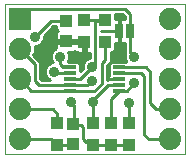
<source format=gtl>
G75*
%MOIN*%
%OFA0B0*%
%FSLAX24Y24*%
%IPPOS*%
%LPD*%
%AMOC8*
5,1,8,0,0,1.08239X$1,22.5*
%
%ADD10C,0.0010*%
%ADD11R,0.0250X0.0500*%
%ADD12R,0.0394X0.0433*%
%ADD13R,0.0394X0.0118*%
%ADD14C,0.0740*%
%ADD15R,0.0740X0.0740*%
%ADD16C,0.0100*%
%ADD17C,0.0350*%
D10*
X000150Y000300D02*
X000150Y005300D01*
X006150Y005300D01*
X006150Y000300D01*
X000150Y000300D01*
D11*
X003973Y004400D03*
X004327Y004400D03*
D12*
X003500Y004046D03*
X002800Y004046D03*
X002200Y004065D03*
X002200Y004735D03*
X002800Y004754D03*
X003500Y004754D03*
X003700Y001324D03*
X003100Y001324D03*
X002440Y001305D03*
X001900Y001324D03*
X001900Y000616D03*
X002440Y000635D03*
X003100Y000616D03*
X003700Y000616D03*
X004300Y000616D03*
X004300Y001324D03*
D13*
X003957Y002406D03*
X003957Y002603D03*
X003957Y002800D03*
X003957Y002997D03*
X003957Y003194D03*
X002343Y003194D03*
X002343Y002997D03*
X002343Y002800D03*
X002343Y002603D03*
X002343Y002406D03*
D14*
X000650Y002800D03*
X000650Y001800D03*
X000650Y000800D03*
X000650Y003800D03*
X005650Y003800D03*
X005650Y002800D03*
X005650Y001800D03*
X005650Y000800D03*
X005650Y004800D03*
D15*
X000650Y004800D03*
D16*
X000990Y005140D01*
X004150Y005140D01*
X004327Y004963D01*
X004327Y004400D01*
X004327Y003673D01*
X004450Y003550D01*
X004160Y003452D02*
X003680Y003452D01*
X003680Y003551D02*
X004145Y003551D01*
X004145Y003611D02*
X004145Y003489D01*
X004189Y003383D01*
X003706Y003383D01*
X003630Y003307D01*
X003630Y002934D01*
X003620Y002917D01*
X003610Y002879D01*
X003610Y002800D01*
X003610Y002780D01*
X003560Y002780D01*
X003560Y003245D01*
X003680Y003365D01*
X003680Y003699D01*
X003751Y003699D01*
X003827Y003775D01*
X003827Y004000D01*
X003828Y004000D01*
X003960Y004000D01*
X003960Y004387D01*
X003985Y004387D01*
X003985Y004000D01*
X004118Y004000D01*
X004147Y004008D01*
X004147Y003616D01*
X004145Y003611D01*
X004147Y003649D02*
X003680Y003649D01*
X003799Y003748D02*
X004147Y003748D01*
X004147Y003846D02*
X003827Y003846D01*
X003827Y003945D02*
X004147Y003945D01*
X003985Y004043D02*
X003960Y004043D01*
X003960Y004142D02*
X003985Y004142D01*
X003985Y004240D02*
X003960Y004240D01*
X003960Y004339D02*
X003985Y004339D01*
X003960Y004387D02*
X003755Y004387D01*
X003751Y004392D01*
X003350Y004392D01*
X003350Y004408D01*
X003751Y004408D01*
X003755Y004413D01*
X003960Y004413D01*
X003960Y004800D01*
X003828Y004800D01*
X003827Y004800D01*
X003827Y004960D01*
X004075Y004960D01*
X004147Y004888D01*
X004147Y004792D01*
X004118Y004800D01*
X003985Y004800D01*
X003985Y004413D01*
X003960Y004413D01*
X003960Y004387D01*
X003960Y004437D02*
X003985Y004437D01*
X003985Y004536D02*
X003960Y004536D01*
X003960Y004634D02*
X003985Y004634D01*
X003985Y004733D02*
X003960Y004733D01*
X003827Y004831D02*
X004147Y004831D01*
X004106Y004930D02*
X003827Y004930D01*
X003500Y004754D02*
X002800Y004754D01*
X003170Y004700D02*
X003170Y003320D01*
X003050Y003200D01*
X002650Y002800D01*
X002343Y002800D01*
X002640Y002800D01*
X002900Y002600D02*
X002346Y002600D01*
X002343Y002603D01*
X001297Y002603D01*
X001150Y002750D01*
X001150Y003300D01*
X000650Y003800D01*
X001107Y003597D02*
X001225Y003480D01*
X001330Y003375D01*
X001330Y002825D01*
X001371Y002783D01*
X001647Y002783D01*
X001627Y002791D01*
X001541Y002877D01*
X001495Y002989D01*
X001495Y003111D01*
X001541Y003223D01*
X001627Y003309D01*
X001739Y003355D01*
X001764Y003355D01*
X001741Y003377D01*
X001695Y003489D01*
X001695Y003611D01*
X001741Y003723D01*
X001827Y003809D01*
X001856Y003820D01*
X001853Y003829D01*
X001853Y004017D01*
X002152Y004017D01*
X002152Y004114D01*
X001853Y004114D01*
X001853Y004302D01*
X001863Y004340D01*
X001883Y004374D01*
X001911Y004402D01*
X001927Y004411D01*
X001873Y004464D01*
X001873Y004555D01*
X001759Y004555D01*
X001455Y004250D01*
X001455Y004139D01*
X001409Y004027D01*
X001323Y003941D01*
X001211Y003895D01*
X001150Y003895D01*
X001150Y003701D01*
X001107Y003597D01*
X001129Y003649D02*
X001711Y003649D01*
X001695Y003551D02*
X001154Y003551D01*
X001253Y003452D02*
X001710Y003452D01*
X001736Y003354D02*
X001330Y003354D01*
X001330Y003255D02*
X001574Y003255D01*
X001514Y003157D02*
X001330Y003157D01*
X001330Y003058D02*
X001495Y003058D01*
X001507Y002960D02*
X001330Y002960D01*
X001330Y002861D02*
X001558Y002861D01*
X001800Y003050D02*
X001850Y003000D01*
X002340Y003000D01*
X002343Y002997D01*
X002343Y003194D02*
X002337Y003200D01*
X002100Y003200D01*
X002000Y003300D01*
X002000Y003550D01*
X001766Y003748D02*
X001150Y003748D01*
X001150Y003846D02*
X001853Y003846D01*
X001853Y003945D02*
X001326Y003945D01*
X001415Y004043D02*
X002152Y004043D01*
X002248Y004043D02*
X002752Y004043D01*
X002752Y003997D02*
X002547Y003997D01*
X002547Y004017D01*
X002248Y004017D01*
X002248Y004114D01*
X002453Y004114D01*
X002453Y004094D01*
X002752Y004094D01*
X002752Y003997D01*
X002848Y003997D01*
X002848Y003679D01*
X002990Y003679D01*
X002990Y003505D01*
X002989Y003505D01*
X002877Y003459D01*
X002791Y003373D01*
X002745Y003261D01*
X002745Y003150D01*
X002670Y003074D01*
X002670Y003110D01*
X002670Y003307D01*
X002594Y003383D01*
X002261Y003383D01*
X002305Y003489D01*
X002305Y003611D01*
X002268Y003699D01*
X002417Y003699D01*
X002455Y003709D01*
X002489Y003729D01*
X002490Y003730D01*
X002511Y003709D01*
X002545Y003689D01*
X002583Y003679D01*
X002752Y003679D01*
X002752Y003997D01*
X002752Y003945D02*
X002848Y003945D01*
X002848Y003846D02*
X002752Y003846D01*
X002752Y003748D02*
X002848Y003748D01*
X002990Y003649D02*
X002289Y003649D01*
X002305Y003551D02*
X002990Y003551D01*
X002871Y003452D02*
X002290Y003452D01*
X002623Y003354D02*
X002783Y003354D01*
X002745Y003255D02*
X002670Y003255D01*
X002670Y003157D02*
X002745Y003157D01*
X003050Y002750D02*
X002900Y002600D01*
X003140Y002400D02*
X003380Y002640D01*
X003380Y003320D01*
X003500Y003440D01*
X003500Y004046D01*
X003668Y003354D02*
X003677Y003354D01*
X003630Y003255D02*
X003570Y003255D01*
X003560Y003157D02*
X003630Y003157D01*
X003630Y003058D02*
X003560Y003058D01*
X003560Y002960D02*
X003630Y002960D01*
X003610Y002861D02*
X003560Y002861D01*
X003610Y002800D02*
X003957Y002800D01*
X003610Y002800D01*
X003600Y002600D02*
X003954Y002600D01*
X003957Y002603D01*
X003957Y002406D02*
X004236Y002406D01*
X004450Y002670D01*
X004703Y002997D02*
X004800Y002900D01*
X004800Y000950D01*
X004950Y000800D01*
X005650Y000800D01*
X005650Y001800D02*
X005200Y001800D01*
X005000Y002000D01*
X005000Y003050D01*
X004856Y003194D01*
X003957Y003194D01*
X003957Y002997D02*
X004703Y002997D01*
X003957Y002800D02*
X003957Y002800D01*
X003600Y002600D02*
X003100Y002100D01*
X003100Y002050D01*
X003100Y001324D01*
X002770Y001200D02*
X002770Y000800D01*
X002870Y000700D01*
X003096Y000700D01*
X003100Y000616D01*
X003700Y000616D01*
X004300Y000616D01*
X004300Y001324D02*
X004300Y002000D01*
X003957Y002406D02*
X003700Y002149D01*
X003700Y001324D01*
X002770Y001200D02*
X002685Y001285D01*
X002440Y001305D01*
X002450Y001395D01*
X002450Y001950D01*
X002350Y002050D01*
X002349Y002400D02*
X002343Y002406D01*
X001044Y002406D01*
X000650Y002800D01*
X000650Y001800D02*
X001750Y001800D01*
X001900Y001650D01*
X001900Y001324D01*
X001696Y000800D02*
X001900Y000616D01*
X002430Y000616D01*
X002440Y000635D01*
X001696Y000800D02*
X000650Y000800D01*
X002349Y002400D02*
X003140Y002400D01*
X001853Y004142D02*
X001455Y004142D01*
X001455Y004240D02*
X001853Y004240D01*
X001863Y004339D02*
X001543Y004339D01*
X001642Y004437D02*
X001900Y004437D01*
X001873Y004536D02*
X001740Y004536D01*
X001685Y004735D02*
X001150Y004200D01*
X001685Y004735D02*
X002200Y004735D01*
X003170Y004700D02*
X003220Y004750D01*
X003496Y004750D01*
X003500Y004754D01*
D17*
X003900Y003550D03*
X004450Y003550D03*
X004450Y002670D03*
X004300Y002000D03*
X003100Y002050D03*
X002350Y002050D03*
X003050Y002750D03*
X003050Y003200D03*
X002510Y003550D03*
X002000Y003550D03*
X001800Y003050D03*
X001150Y004200D03*
M02*

</source>
